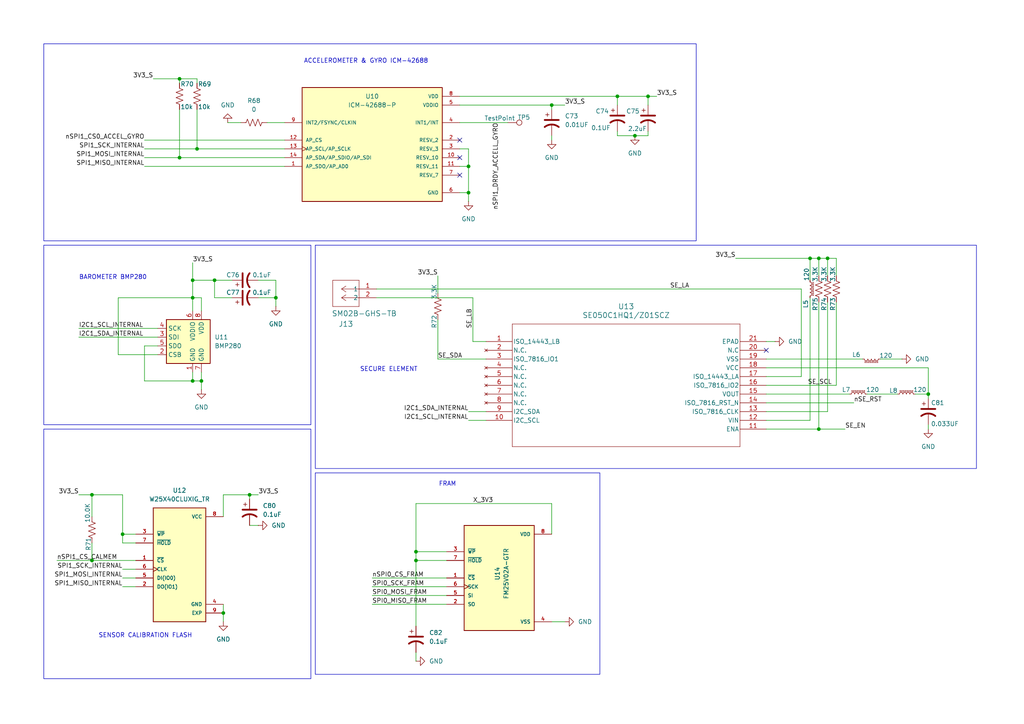
<source format=kicad_sch>
(kicad_sch (version 20231120) (generator "eeschema") (generator_version "8.0")
  (paper "A4")
  (title_block (title "Sensoric") (date "2024-09-08") (rev "1") (company "TampanTech") (comment 1 "Drone Flight Management Unit"))
  (lib_symbols
    (symbol "Connector:TestPoint" (pin_numbers hide) (pin_names (offset 0.762) hide)
      (property "Reference" "TP" (at 0 6.858 0))
      (property "Value" "TestPoint" (at 0 5.08 0))
      (symbol "TestPoint_0_1"
        (circle (center 0 3.302) (radius 0.762))
      )
      (symbol "TestPoint_1_1"
        (pin passive line (at 0 0 90) (length 2.54) (name "1") (number "1"))
      )
    )
    (symbol "Device:C_Polarized_US" (pin_numbers hide) (pin_names (offset 0.254) hide)
      (property "Reference" "C" (at 0.635 2.54 0))
      (property "Value" "C_Polarized_US" (at 0.635 -2.54 0))
      (symbol "C_Polarized_US_0_1"
        (polyline (pts (xy -2.032 0.762) (xy 2.032 0.762)) (stroke (width 0.508)))
        (polyline (pts (xy -1.778 2.286) (xy -0.762 2.286)))
        (polyline (pts (xy -1.27 1.778) (xy -1.27 2.794)))
        (arc (start 2.032 -1.27) (mid 0 -0.5572) (end -2.032 -1.27) (stroke (width 0.508)))
      )
      (symbol "C_Polarized_US_1_1"
        (pin passive line (at 0 3.81 270) (length 2.794) (name "~") (number "1"))
        (pin passive line (at 0 -3.81 90) (length 3.302) (name "~") (number "2"))
      )
    )
    (symbol "Device:L_Ferrite_Small" (pin_numbers hide) (pin_names (offset 0.254) hide)
      (property "Reference" "L" (at 1.27 1.016 0))
      (property "Value" "L_Ferrite_Small" (at 1.27 -1.27 0))
      (symbol "L_Ferrite_Small_0_1"
        (arc (start 0 -2.032) (mid 0.5058 -1.524) (end 0 -1.016))
        (arc (start 0 -1.016) (mid 0.5058 -0.508) (end 0 0))
        (polyline (pts (xy 0.762 -1.905) (xy 0.762 -1.651)))
        (polyline (pts (xy 0.762 -1.397) (xy 0.762 -1.143)))
        (polyline (pts (xy 0.762 -0.889) (xy 0.762 -0.635)))
        (polyline (pts (xy 0.762 -0.381) (xy 0.762 -0.127)))
        (polyline (pts (xy 0.762 0.127) (xy 0.762 0.381)))
        (polyline (pts (xy 0.762 0.635) (xy 0.762 0.889)))
        (polyline (pts (xy 0.762 1.143) (xy 0.762 1.397)))
        (polyline (pts (xy 0.762 1.651) (xy 0.762 1.905)))
        (polyline (pts (xy 1.016 -1.651) (xy 1.016 -1.905)))
        (polyline (pts (xy 1.016 -1.143) (xy 1.016 -1.397)))
        (polyline (pts (xy 1.016 -0.635) (xy 1.016 -0.889)))
        (polyline (pts (xy 1.016 -0.127) (xy 1.016 -0.381)))
        (polyline (pts (xy 1.016 0.381) (xy 1.016 0.127)))
        (polyline (pts (xy 1.016 0.889) (xy 1.016 0.635)))
        (polyline (pts (xy 1.016 1.397) (xy 1.016 1.143)))
        (polyline (pts (xy 1.016 1.905) (xy 1.016 1.651)))
        (arc (start 0 0) (mid 0.5058 0.508) (end 0 1.016))
        (arc (start 0 1.016) (mid 0.5058 1.524) (end 0 2.032))
      )
      (symbol "L_Ferrite_Small_1_1"
        (pin passive line (at 0 2.54 270) (length 0.508) (name "~") (number "1"))
        (pin passive line (at 0 -2.54 90) (length 0.508) (name "~") (number "2"))
      )
    )
    (symbol "Device:R_US" (pin_numbers hide) (pin_names (offset 0))
      (property "Reference" "R" (at 2.54 0 90))
      (property "Value" "R_US" (at -2.54 0 90))
      (symbol "R_US_0_1"
        (polyline (pts (xy 0 -2.286) (xy 0 -2.54)))
        (polyline (pts (xy 0 2.286) (xy 0 2.54)))
        (polyline (pts (xy 0 -0.762) (xy 1.016 -1.143) (xy 0 -1.524) (xy -1.016 -1.905) (xy 0 -2.286)))
        (polyline (pts (xy 0 0.762) (xy 1.016 0.381) (xy 0 0) (xy -1.016 -0.381) (xy 0 -0.762)))
        (polyline (pts (xy 0 2.286) (xy 1.016 1.905) (xy 0 1.524) (xy -1.016 1.143) (xy 0 0.762)))
      )
      (symbol "R_US_1_1"
        (pin passive line (at 0 3.81 270) (length 1.27) (name "~") (number "1"))
        (pin passive line (at 0 -3.81 90) (length 1.27) (name "~") (number "2"))
      )
    )
    (symbol "FM25V02A-GTR:FM25V02A-GTR" (pin_names (offset 1.016))
      (property "Reference" "U" (at -10.16 15.875 0))
      (property "Value" "FM25V02A-GTR" (at -10.16 -17.78 0))
      (symbol "FM25V02A-GTR_0_0"
        (rectangle (start -10.16 -15.24) (end 10.16 15.24) (stroke (width 0.254)) (fill (type background)))
        (pin input line (at -15.24 0 0) (length 5.08) (name "~{CS}") (number "1"))
        (pin output line (at -15.24 -7.62 0) (length 5.08) (name "SO") (number "2"))
        (pin input line (at -15.24 7.62 0) (length 5.08) (name "~{WP}") (number "3"))
        (pin power_in line (at 15.24 -12.7 180) (length 5.08) (name "VSS") (number "4"))
        (pin input line (at -15.24 -5.08 0) (length 5.08) (name "SI") (number "5"))
        (pin input clock (at -15.24 -2.54 0) (length 5.08) (name "SCK") (number "6"))
        (pin input line (at -15.24 5.08 0) (length 5.08) (name "~{HOLD}") (number "7"))
        (pin power_in line (at 15.24 12.7 180) (length 5.08) (name "VDD") (number "8"))
      )
    )
    (symbol "ICM-42688-P:ICM-42688-P" (pin_names (offset 1.016))
      (property "Reference" "U" (at -20.32 16.002 0))
      (property "Value" "ICM-42688-P" (at -20.32 -20.32 0))
      (symbol "ICM-42688-P_0_0"
        (rectangle (start -20.32 -17.78) (end 20.32 15.24) (stroke (width 0.254)) (fill (type background)))
        (pin bidirectional line (at -25.4 -7.62 0) (length 5.08) (name "AP_SDO/AP_AD0") (number "1"))
        (pin passive line (at 25.4 -5.08 180) (length 5.08) (name "RESV_10") (number "10"))
        (pin passive line (at 25.4 -7.62 180) (length 5.08) (name "RESV_11") (number "11"))
        (pin input line (at -25.4 0 0) (length 5.08) (name "AP_CS") (number "12"))
        (pin input clock (at -25.4 -2.54 0) (length 5.08) (name "AP_SCL/AP_SCLK") (number "13"))
        (pin bidirectional line (at -25.4 -5.08 0) (length 5.08) (name "AP_SDA/AP_SDIO/AP_SDI") (number "14"))
        (pin passive line (at 25.4 0 180) (length 5.08) (name "RESV_2") (number "2"))
        (pin passive line (at 25.4 -2.54 180) (length 5.08) (name "RESV_3") (number "3"))
        (pin output line (at 25.4 5.08 180) (length 5.08) (name "INT1/INT") (number "4"))
        (pin power_in line (at 25.4 10.16 180) (length 5.08) (name "VDDIO") (number "5"))
        (pin power_in line (at 25.4 -15.24 180) (length 5.08) (name "GND") (number "6"))
        (pin passive line (at 25.4 -10.16 180) (length 5.08) (name "RESV_7") (number "7"))
        (pin power_in line (at 25.4 12.7 180) (length 5.08) (name "VDD") (number "8"))
        (pin bidirectional line (at -25.4 5.08 0) (length 5.08) (name "INT2/FSYNC/CLKIN") (number "9"))
      )
    )
    (symbol "SE050C1HQ1_Z01SCZ:SE050C1HQ1_Z01SCZ" (pin_names (offset 0.254))
      (property "Reference" "U" (at 40.64 10.16 0))
      (property "Value" "SE050C1HQ1/Z01SCZ" (at 40.64 7.62 0))
      (symbol "SE050C1HQ1_Z01SCZ_0_1"
        (polyline (pts (xy 7.62 -30.48) (xy 73.66 -30.48)) (stroke (width 0.127)))
        (polyline (pts (xy 7.62 5.08) (xy 7.62 -30.48)) (stroke (width 0.127)))
        (polyline (pts (xy 73.66 -30.48) (xy 73.66 5.08)) (stroke (width 0.127)))
        (polyline (pts (xy 73.66 5.08) (xy 7.62 5.08)) (stroke (width 0.127)))
        (pin bidirectional line (at 0 0 0) (length 7.62) (name "ISO_14443_LB") (number "1"))
        (pin bidirectional line (at 0 -22.86 0) (length 7.62) (name "I2C_SCL") (number "10"))
        (pin unspecified line (at 81.28 -25.4 180) (length 7.62) (name "ENA") (number "11"))
        (pin unspecified line (at 81.28 -22.86 180) (length 7.62) (name "VIN") (number "12"))
        (pin bidirectional line (at 81.28 -20.32 180) (length 7.62) (name "ISO_7816_CLK") (number "13"))
        (pin bidirectional line (at 81.28 -17.78 180) (length 7.62) (name "ISO_7816_RST_N") (number "14"))
        (pin output line (at 81.28 -15.24 180) (length 7.62) (name "VOUT") (number "15"))
        (pin bidirectional line (at 81.28 -12.7 180) (length 7.62) (name "ISO_7816_IO2") (number "16"))
        (pin bidirectional line (at 81.28 -10.16 180) (length 7.62) (name "ISO_14443_LA") (number "17"))
        (pin power_in line (at 81.28 -7.62 180) (length 7.62) (name "VCC") (number "18"))
        (pin power_out line (at 81.28 -5.08 180) (length 7.62) (name "VSS") (number "19"))
        (pin no_connect line (at 0 -2.54 0) (length 7.62) (name "N.C.") (number "2"))
        (pin bidirectional line (at 81.28 -2.54 180) (length 7.62) (name "N.C") (number "20"))
        (pin unspecified line (at 81.28 0 180) (length 7.62) (name "EPAD") (number "21"))
        (pin bidirectional line (at 0 -5.08 0) (length 7.62) (name "ISO_7816_IO1") (number "3"))
        (pin no_connect line (at 0 -7.62 0) (length 7.62) (name "N.C.") (number "4"))
        (pin no_connect line (at 0 -10.16 0) (length 7.62) (name "N.C.") (number "5"))
        (pin no_connect line (at 0 -12.7 0) (length 7.62) (name "N.C.") (number "6"))
        (pin no_connect line (at 0 -15.24 0) (length 7.62) (name "N.C.") (number "7"))
        (pin no_connect line (at 0 -17.78 0) (length 7.62) (name "N.C.") (number "8"))
        (pin bidirectional line (at 0 -20.32 0) (length 7.62) (name "I2C_SDA") (number "9"))
      )
    )
    (symbol "SM02B_GHS_TB:SM02B-GHS-TB" (pin_names (offset 0.254))
      (property "Reference" "J" (at 8.89 6.35 0))
      (property "Value" "SM02B-GHS-TB" (at 0 0 0))
      (symbol "SM02B-GHS-TB_1_1"
        (polyline (pts (xy 5.08 -5.08) (xy 12.7 -5.08)) (stroke (width 0.127)))
        (polyline (pts (xy 5.08 2.54) (xy 5.08 -5.08)) (stroke (width 0.127)))
        (polyline (pts (xy 10.16 -2.54) (xy 5.08 -2.54)) (stroke (width 0.127)))
        (polyline (pts (xy 10.16 -2.54) (xy 8.89 -3.3867)) (stroke (width 0.127)))
        (polyline (pts (xy 10.16 -2.54) (xy 8.89 -1.6933)) (stroke (width 0.127)))
        (polyline (pts (xy 10.16 0) (xy 5.08 0)) (stroke (width 0.127)))
        (polyline (pts (xy 10.16 0) (xy 8.89 -0.8467)) (stroke (width 0.127)))
        (polyline (pts (xy 10.16 0) (xy 8.89 0.8467)) (stroke (width 0.127)))
        (polyline (pts (xy 12.7 -5.08) (xy 12.7 2.54)) (stroke (width 0.127)))
        (polyline (pts (xy 12.7 2.54) (xy 5.08 2.54)) (stroke (width 0.127)))
        (pin unspecified line (at 0 0 0) (length 5.08) (name "1") (number "1"))
        (pin unspecified line (at 0 -2.54 0) (length 5.08) (name "2") (number "2"))
      )
      (symbol "SM02B-GHS-TB_1_2"
        (polyline (pts (xy 5.08 -5.08) (xy 12.7 -5.08)) (stroke (width 0.127)))
        (polyline (pts (xy 5.08 2.54) (xy 5.08 -5.08)) (stroke (width 0.127)))
        (polyline (pts (xy 7.62 -2.54) (xy 5.08 -2.54)) (stroke (width 0.127)))
        (polyline (pts (xy 7.62 -2.54) (xy 8.89 -3.3867)) (stroke (width 0.127)))
        (polyline (pts (xy 7.62 -2.54) (xy 8.89 -1.6933)) (stroke (width 0.127)))
        (polyline (pts (xy 7.62 0) (xy 5.08 0)) (stroke (width 0.127)))
        (polyline (pts (xy 7.62 0) (xy 8.89 -0.8467)) (stroke (width 0.127)))
        (polyline (pts (xy 7.62 0) (xy 8.89 0.8467)) (stroke (width 0.127)))
        (polyline (pts (xy 12.7 -5.08) (xy 12.7 2.54)) (stroke (width 0.127)))
        (polyline (pts (xy 12.7 2.54) (xy 5.08 2.54)) (stroke (width 0.127)))
        (pin unspecified line (at 0 0 0) (length 5.08) (name "1") (number "1"))
        (pin unspecified line (at 0 -2.54 0) (length 5.08) (name "2") (number "2"))
      )
    )
    (symbol "Sensor_Pressure:BMP280"
      (property "Reference" "U" (at -7.62 10.16 0))
      (property "Value" "BMP280" (at 5.08 10.16 0))
      (symbol "BMP280_0_1"
        (rectangle (start -7.62 -5.08) (end 5.08 7.62) (stroke (width 0.254)) (fill (type background)))
      )
      (symbol "BMP280_1_1"
        (pin power_in line (at 0 -7.62 90) (length 2.54) (name "GND") (number "1"))
        (pin input line (at -10.16 -2.54 0) (length 2.54) (name "CSB") (number "2"))
        (pin bidirectional line (at -10.16 2.54 0) (length 2.54) (name "SDI") (number "3"))
        (pin input line (at -10.16 5.08 0) (length 2.54) (name "SCK") (number "4"))
        (pin bidirectional line (at -10.16 0 0) (length 2.54) (name "SDO") (number "5"))
        (pin power_in line (at 0 10.16 270) (length 2.54) (name "VDDIO") (number "6"))
        (pin power_in line (at 2.54 -7.62 90) (length 2.54) (name "GND") (number "7"))
        (pin power_in line (at 2.54 10.16 270) (length 2.54) (name "VDD") (number "8"))
      )
    )
    (symbol "W25X40CLUXIG_TR:W25X40CLUXIG_TR" (pin_names (offset 1.016))
      (property "Reference" "U" (at -7.62 18.415 0))
      (property "Value" "W25X40CLUXIG_TR" (at -7.62 -17.78 0))
      (symbol "W25X40CLUXIG_TR_0_0"
        (rectangle (start -7.62 -15.24) (end 7.62 17.78) (stroke (width 0.254)) (fill (type background)))
        (pin input line (at -12.7 2.54 0) (length 5.08) (name "~{CS}") (number "1"))
        (pin bidirectional line (at -12.7 -5.08 0) (length 5.08) (name "DO(IO1)") (number "2"))
        (pin input line (at -12.7 10.16 0) (length 5.08) (name "~{WP}") (number "3"))
        (pin power_in line (at 12.7 -10.16 180) (length 5.08) (name "GND") (number "4"))
        (pin bidirectional line (at -12.7 -2.54 0) (length 5.08) (name "DI(IO0)") (number "5"))
        (pin input clock (at -12.7 0 0) (length 5.08) (name "CLK") (number "6"))
        (pin input line (at -12.7 7.62 0) (length 5.08) (name "~{HOLD}") (number "7"))
        (pin power_in line (at 12.7 15.24 180) (length 5.08) (name "VCC") (number "8"))
        (pin power_in line (at 12.7 -12.7 180) (length 5.08) (name "EXP") (number "9"))
      )
    )
    (symbol "power:GND" (power) (pin_numbers hide) (pin_names (offset 0) hide)
      (property "Value" "GND" (at 0 -3.81 0))
      (symbol "GND_0_1"
        (polyline (pts (xy 0 0) (xy 0 -1.27) (xy 1.27 -1.27) (xy 0 -2.54) (xy -1.27 -1.27) (xy 0 -1.27)))
      )
      (symbol "GND_1_1"
        (pin power_in line (at 0 0 270) (length 0) (name "~") (number "1"))
      )
    )
  )
  (junction (at 135.89 55.88))
  (junction (at 55.88 81.28))
  (junction (at 58.42 110.49))
  (junction (at 52.07 45.72))
  (junction (at 184.15 39.37))
  (junction (at 234.95 74.93))
  (junction (at 26.67 143.51))
  (junction (at 72.39 143.51))
  (junction (at 120.65 162.56))
  (junction (at 120.65 160.02))
  (junction (at 64.77 177.8))
  (junction (at 269.24 114.3))
  (junction (at 179.07 27.94))
  (junction (at 80.01 86.36))
  (junction (at 240.03 74.93))
  (junction (at 26.67 162.56))
  (junction (at 237.49 124.46))
  (junction (at 55.88 110.49))
  (junction (at 55.88 86.36))
  (junction (at 35.56 154.94))
  (junction (at 135.89 48.26))
  (junction (at 187.96 27.94))
  (junction (at 160.02 30.48))
  (junction (at 237.49 74.93))
  (junction (at 52.07 22.86))
  (junction (at 62.23 81.28))
  (junction (at 57.15 43.18))
  (no_connect (at 133.35 50.8))
  (no_connect (at 133.35 45.72))
  (no_connect (at 133.35 40.64))
  (no_connect (at 222.25 101.6))
  (wire (pts (xy 120.65 146.05) (xy 160.02 146.05)))
  (wire (pts (xy 160.02 30.48) (xy 163.83 30.48)))
  (wire (pts (xy 55.88 81.28) (xy 62.23 81.28)))
  (wire (pts (xy 133.35 30.48) (xy 160.02 30.48)))
  (wire (pts (xy 222.25 109.22) (xy 232.41 109.22)))
  (wire (pts (xy 55.88 81.28) (xy 55.88 86.36)))
  (wire (pts (xy 41.91 48.26) (xy 82.55 48.26)))
  (wire (pts (xy 160.02 180.34) (xy 163.83 180.34)))
  (wire (pts (xy 222.25 114.3) (xy 246.38 114.3)))
  (wire (pts (xy 80.01 81.28) (xy 80.01 86.36)))
  (wire (pts (xy 74.93 143.51) (xy 72.39 143.51)))
  (wire (pts (xy 140.97 99.06) (xy 137.16 99.06)))
  (wire (pts (xy 55.88 86.36) (xy 55.88 90.17)))
  (wire (pts (xy 251.46 114.3) (xy 260.35 114.3)))
  (wire (pts (xy 57.15 43.18) (xy 82.55 43.18)))
  (wire (pts (xy 107.95 172.72) (xy 129.54 172.72)))
  (wire (pts (xy 109.22 86.36) (xy 137.16 86.36)))
  (wire (pts (xy 269.24 106.68) (xy 269.24 114.3)))
  (wire (pts (xy 213.36 74.93) (xy 234.95 74.93)))
  (wire (pts (xy 137.16 99.06) (xy 137.16 86.36)))
  (wire (pts (xy 160.02 30.48) (xy 160.02 31.75)))
  (wire (pts (xy 107.95 175.26) (xy 129.54 175.26)))
  (wire (pts (xy 133.35 55.88) (xy 135.89 55.88)))
  (wire (pts (xy 222.25 111.76) (xy 242.57 111.76)))
  (wire (pts (xy 55.88 86.36) (xy 58.42 86.36)))
  (wire (pts (xy 72.39 143.51) (xy 72.39 144.78)))
  (wire (pts (xy 187.96 27.94) (xy 187.96 30.48)))
  (wire (pts (xy 240.03 74.93) (xy 242.57 74.93)))
  (wire (pts (xy 58.42 107.95) (xy 58.42 110.49)))
  (wire (pts (xy 234.95 121.92) (xy 234.95 86.36)))
  (wire (pts (xy 109.22 83.82) (xy 232.41 83.82)))
  (wire (pts (xy 237.49 124.46) (xy 245.11 124.46)))
  (wire (pts (xy 222.25 104.14) (xy 250.19 104.14)))
  (wire (pts (xy 35.56 154.94) (xy 39.37 154.94)))
  (wire (pts (xy 135.89 43.18) (xy 135.89 48.26)))
  (wire (pts (xy 179.07 38.1) (xy 179.07 39.37)))
  (wire (pts (xy 64.77 143.51) (xy 64.77 149.86)))
  (wire (pts (xy 74.93 81.28) (xy 80.01 81.28)))
  (wire (pts (xy 179.07 27.94) (xy 187.96 27.94)))
  (wire (pts (xy 222.25 124.46) (xy 237.49 124.46)))
  (wire (pts (xy 242.57 74.93) (xy 242.57 80.01)))
  (wire (pts (xy 237.49 74.93) (xy 240.03 74.93)))
  (wire (pts (xy 127 104.14) (xy 127 92.71)))
  (wire (pts (xy 160.02 39.37) (xy 160.02 40.64)))
  (wire (pts (xy 26.67 143.51) (xy 35.56 143.51)))
  (wire (pts (xy 184.15 39.37) (xy 187.96 39.37)))
  (wire (pts (xy 22.86 143.51) (xy 26.67 143.51)))
  (wire (pts (xy 26.67 157.48) (xy 26.67 162.56)))
  (wire (pts (xy 133.35 27.94) (xy 179.07 27.94)))
  (wire (pts (xy 133.35 48.26) (xy 135.89 48.26)))
  (wire (pts (xy 66.04 35.56) (xy 69.85 35.56)))
  (wire (pts (xy 26.67 143.51) (xy 26.67 149.86)))
  (wire (pts (xy 240.03 119.38) (xy 240.03 87.63)))
  (wire (pts (xy 39.37 157.48) (xy 35.56 157.48)))
  (wire (pts (xy 57.15 24.13) (xy 57.15 22.86)))
  (wire (pts (xy 160.02 146.05) (xy 160.02 154.94)))
  (wire (pts (xy 120.65 162.56) (xy 120.65 160.02)))
  (wire (pts (xy 64.77 175.26) (xy 64.77 177.8)))
  (wire (pts (xy 35.56 157.48) (xy 35.56 154.94)))
  (wire (pts (xy 62.23 81.28) (xy 67.31 81.28)))
  (wire (pts (xy 35.56 143.51) (xy 35.56 154.94)))
  (wire (pts (xy 35.56 167.64) (xy 39.37 167.64)))
  (wire (pts (xy 55.88 76.2) (xy 55.88 81.28)))
  (wire (pts (xy 52.07 22.86) (xy 57.15 22.86)))
  (wire (pts (xy 58.42 110.49) (xy 58.42 113.03)))
  (wire (pts (xy 120.65 181.61) (xy 120.65 162.56)))
  (wire (pts (xy 41.91 43.18) (xy 57.15 43.18)))
  (wire (pts (xy 242.57 111.76) (xy 242.57 87.63)))
  (wire (pts (xy 77.47 35.56) (xy 82.55 35.56)))
  (wire (pts (xy 52.07 31.75) (xy 52.07 45.72)))
  (wire (pts (xy 107.95 170.18) (xy 129.54 170.18)))
  (wire (pts (xy 58.42 86.36) (xy 58.42 90.17)))
  (wire (pts (xy 55.88 110.49) (xy 58.42 110.49)))
  (wire (pts (xy 44.45 22.86) (xy 52.07 22.86)))
  (wire (pts (xy 234.95 74.93) (xy 237.49 74.93)))
  (wire (pts (xy 35.56 170.18) (xy 39.37 170.18)))
  (wire (pts (xy 261.62 104.14) (xy 255.27 104.14)))
  (wire (pts (xy 135.89 48.26) (xy 135.89 55.88)))
  (wire (pts (xy 80.01 88.9) (xy 80.01 86.36)))
  (wire (pts (xy 237.49 124.46) (xy 237.49 87.63)))
  (wire (pts (xy 187.96 39.37) (xy 187.96 38.1)))
  (wire (pts (xy 67.31 86.36) (xy 62.23 86.36)))
  (wire (pts (xy 135.89 119.38) (xy 140.97 119.38)))
  (wire (pts (xy 222.25 121.92) (xy 234.95 121.92)))
  (wire (pts (xy 133.35 43.18) (xy 135.89 43.18)))
  (wire (pts (xy 57.15 31.75) (xy 57.15 43.18)))
  (wire (pts (xy 62.23 86.36) (xy 62.23 81.28)))
  (wire (pts (xy 222.25 116.84) (xy 247.65 116.84)))
  (wire (pts (xy 269.24 123.19) (xy 269.24 124.46)))
  (wire (pts (xy 222.25 106.68) (xy 269.24 106.68)))
  (wire (pts (xy 64.77 177.8) (xy 64.77 180.34)))
  (wire (pts (xy 135.89 55.88) (xy 135.89 58.42)))
  (wire (pts (xy 52.07 22.86) (xy 52.07 24.13)))
  (wire (pts (xy 22.86 95.25) (xy 45.72 95.25)))
  (wire (pts (xy 127 80.01) (xy 127 85.09)))
  (wire (pts (xy 72.39 152.4) (xy 74.93 152.4)))
  (wire (pts (xy 72.39 143.51) (xy 64.77 143.51)))
  (wire (pts (xy 135.89 121.92) (xy 140.97 121.92)))
  (wire (pts (xy 269.24 114.3) (xy 269.24 115.57)))
  (wire (pts (xy 222.25 119.38) (xy 240.03 119.38)))
  (wire (pts (xy 80.01 86.36) (xy 74.93 86.36)))
  (wire (pts (xy 120.65 160.02) (xy 120.65 146.05)))
  (wire (pts (xy 34.29 102.87) (xy 34.29 86.36)))
  (wire (pts (xy 187.96 27.94) (xy 190.5 27.94)))
  (wire (pts (xy 52.07 45.72) (xy 82.55 45.72)))
  (wire (pts (xy 240.03 74.93) (xy 240.03 80.01)))
  (wire (pts (xy 140.97 104.14) (xy 127 104.14)))
  (wire (pts (xy 234.95 74.93) (xy 234.95 81.28)))
  (wire (pts (xy 34.29 86.36) (xy 55.88 86.36)))
  (wire (pts (xy 45.72 100.33) (xy 41.91 100.33)))
  (wire (pts (xy 237.49 74.93) (xy 237.49 80.01)))
  (wire (pts (xy 120.65 189.23) (xy 120.65 191.77)))
  (wire (pts (xy 41.91 40.64) (xy 82.55 40.64)))
  (wire (pts (xy 41.91 45.72) (xy 52.07 45.72)))
  (wire (pts (xy 16.51 162.56) (xy 26.67 162.56)))
  (wire (pts (xy 55.88 110.49) (xy 55.88 107.95)))
  (wire (pts (xy 35.56 165.1) (xy 39.37 165.1)))
  (wire (pts (xy 120.65 160.02) (xy 129.54 160.02)))
  (wire (pts (xy 222.25 99.06) (xy 224.79 99.06)))
  (wire (pts (xy 45.72 102.87) (xy 34.29 102.87)))
  (wire (pts (xy 107.95 167.64) (xy 129.54 167.64)))
  (wire (pts (xy 179.07 30.48) (xy 179.07 27.94)))
  (wire (pts (xy 26.67 162.56) (xy 39.37 162.56)))
  (wire (pts (xy 22.86 97.79) (xy 45.72 97.79)))
  (wire (pts (xy 41.91 110.49) (xy 55.88 110.49)))
  (wire (pts (xy 41.91 100.33) (xy 41.91 110.49)))
  (wire (pts (xy 179.07 39.37) (xy 184.15 39.37)))
  (wire (pts (xy 232.41 109.22) (xy 232.41 83.82)))
  (wire (pts (xy 269.24 114.3) (xy 265.43 114.3)))
  (wire (pts (xy 133.35 35.56) (xy 147.32 35.56)))
  (wire (pts (xy 120.65 162.56) (xy 129.54 162.56)))
  (rectangle (start 91.44 71.12) (end 283.21 135.89))
  (rectangle (start 12.7 71.12) (end 90.17 123.19))
  (rectangle (start 12.7 124.46) (end 90.17 196.85))
  (rectangle (start 12.7 12.7) (end 201.93 69.85))
  (rectangle (start 91.44 137.16) (end 173.99 195.58))
  (text "SENSOR CALIBRATION FLASH" (at 42.164 184.404 0) (effects (font (size 1.27 1.27))))
  (text "BAROMETER BMP280" (at 32.766 80.518 0) (effects (font (size 1.27 1.27))))
  (text "ACCELEROMETER & GYRO ICM-42688" (at 106.172 17.78 0) (effects (font (size 1.27 1.27))))
  (text "FRAM" (at 129.794 140.462 0) (effects (font (size 1.27 1.27))))
  (text "SECURE ELEMENT" (at 112.776 107.188 0) (effects (font (size 1.27 1.27))))
  (label "nSE_RST" (at 247.65 116.84 0))
  (label "SPI0_SCK_FRAM" (at 107.95 170.18 0))
  (label "3V3_S" (at 55.88 76.2 0))
  (label "SE_EN" (at 245.11 124.46 0))
  (label "3V3_S" (at 190.5 27.94 0))
  (label "3V3_S" (at 127 80.01 180))
  (label "I2C1_SCL_INTERNAL" (at 22.86 95.25 0))
  (label "SE_LB" (at 137.16 95.25 90))
  (label "3V3_S" (at 74.93 143.51 0))
  (label "3V3_S" (at 213.36 74.93 180))
  (label "3V3_S" (at 22.86 143.51 180))
  (label "SPI1_MISO_INTERNAL" (at 35.56 170.18 180))
  (label "3V3_S" (at 163.83 30.48 0))
  (label "SPI0_MOSI_FRAM" (at 107.95 172.72 0))
  (label "SPI0_MISO_FRAM" (at 107.95 175.26 0))
  (label "SE_LA" (at 194.31 83.82 0))
  (label "I2C1_SDA_INTERNAL" (at 22.86 97.79 0))
  (label "nSPI0_CS_FRAM" (at 107.95 167.64 0))
  (label "SE_SDA" (at 127 104.14 0))
  (label "X_3V3" (at 137.16 146.05 0))
  (label "SPI1_MOSI_INTERNAL" (at 35.56 167.64 180))
  (label "SE_SCL" (at 241.3 111.76 180))
  (label "nSPI1_CS_CALMEM" (at 16.51 162.56 0))
  (label "SPI1_SCK_INTERNAL" (at 35.56 165.1 180))
  (label "3V3_S" (at 44.45 22.86 180))
  (label "I2C1_SCL_INTERNAL" (at 135.89 121.92 180))
  (label "nSPI1_DRDY_ACCELL_GYRO" (at 144.78 35.56 270))
  (label "nSPI1_CS0_ACCEL_GYRO" (at 41.91 40.64 180))
  (label "SPI1_MISO_INTERNAL" (at 41.91 48.26 180))
  (label "SPI1_SCK_INTERNAL" (at 41.91 43.18 180))
  (label "I2C1_SDA_INTERNAL" (at 135.89 119.38 180))
  (label "SPI1_MOSI_INTERNAL" (at 41.91 45.72 180))
  (symbol (lib_id "Device:R_US") (at 73.66 35.56 90) (unit 1)
    (property "Reference" "R68" (at 73.66 29.21 90))
    (property "Value" "0" (at 73.66 31.75 90))
    (property "Description" "Resistor, US symbol" (effects (hide yes)))
  )
  (symbol (lib_id "Device:L_Ferrite_Small") (at 262.89 114.3 90) (unit 1)
    (property "Reference" "L8" (at 260.35 113.284 90) (effects (justify left)))
    (property "Value" "120" (at 268.732 113.03 90) (effects (justify left)))
    (property "Description" "Inductor with ferrite core, small symbol" (effects (hide yes)))
  )
  (symbol (lib_id "Device:R_US") (at 242.57 83.82 0) (unit 1)
    (property "Reference" "R73" (at 241.554 90.17 90) (effects (justify left)))
    (property "Value" "3.3K" (at 241.554 81.788 90) (effects (justify left)))
    (property "Description" "Resistor, US symbol" (effects (hide yes)))
  )
  (symbol (lib_id "power:GND") (at 58.42 113.03 0) (unit 1)
    (property "Reference" "#PWR0152" (effects (hide yes)))
    (property "Value" "GND" (at 58.42 118.11 0))
    (property "Description" "Power symbol creates a global label with name \"GND\" , ground" (effects (hide yes)))
  )
  (symbol (lib_id "ICM-42688-P:ICM-42688-P") (at 107.95 40.64 0) (unit 1)
    (property "Reference" "U10" (at 107.95 27.94 0))
    (property "Value" "ICM-42688-P" (at 107.95 30.48 0))
    (property "Footprint" "ICM-42688-P:PQFN50P300X250X97-14N" (effects (hide yes)))
    (property "PARTREV" "1.2" (effects (hide yes)))
    (property "STANDARD" "IPC-7351B" (effects (hide yes)))
    (property "MAXIMUM_PACKAGE_HEIGHT" "0.97mm" (effects (hide yes)))
    (property "MANUFACTURER" "TDK InvenSense" (effects (hide yes)))
  )
  (symbol (lib_id "Device:R_US") (at 127 88.9 0) (unit 1)
    (property "Reference" "R72" (at 125.984 95.25 90) (effects (justify left)))
    (property "Value" "3.3K" (at 125.984 86.868 90) (effects (justify left)))
    (property "Description" "Resistor, US symbol" (effects (hide yes)))
  )
  (symbol (lib_id "Device:R_US") (at 237.49 83.82 0) (unit 1)
    (property "Reference" "R75" (at 236.474 90.17 90) (effects (justify left)))
    (property "Value" "3.3K" (at 236.474 81.788 90) (effects (justify left)))
    (property "Description" "Resistor, US symbol" (effects (hide yes)))
  )
  (symbol (lib_id "power:GND") (at 80.01 88.9 0) (unit 1)
    (property "Reference" "#PWR0153" (effects (hide yes)))
    (property "Value" "GND" (at 80.01 93.98 0))
    (property "Description" "Power symbol creates a global label with name \"GND\" , ground" (effects (hide yes)))
  )
  (symbol (lib_id "power:GND") (at 74.93 152.4 90) (unit 1)
    (property "Reference" "#PWR0155" (effects (hide yes)))
    (property "Value" "GND" (at 78.74 152.3999 90) (effects (justify right)))
    (property "Description" "Power symbol creates a global label with name \"GND\" , ground" (effects (hide yes)))
  )
  (symbol (lib_id "Device:C_Polarized_US") (at 160.02 35.56 0) (unit 1)
    (property "Reference" "C73" (at 163.83 33.6549 0) (effects (justify left)))
    (property "Value" "0.01UF" (at 163.83 36.1949 0) (effects (justify left)))
    (property "Description" "Polarized capacitor, US symbol" (effects (hide yes)))
  )
  (symbol (lib_id "Device:C_Polarized_US") (at 187.96 34.29 0) (unit 1)
    (property "Reference" "C75" (at 181.61 32.258 0) (effects (justify left)))
    (property "Value" "2.2uF" (at 182.118 37.338 0) (effects (justify left)))
    (property "Description" "Polarized capacitor, US symbol" (effects (hide yes)))
  )
  (symbol (lib_id "power:GND") (at 160.02 40.64 0) (unit 1)
    (property "Reference" "#PWR0149" (effects (hide yes)))
    (property "Value" "GND" (at 160.02 45.72 0))
    (property "Description" "Power symbol creates a global label with name \"GND\" , ground" (effects (hide yes)))
  )
  (symbol (lib_id "Device:C_Polarized_US") (at 72.39 148.59 0) (unit 1)
    (property "Reference" "C80" (at 76.2 146.6849 0) (effects (justify left)))
    (property "Value" "0.1uF" (at 76.2 149.2249 0) (effects (justify left)))
    (property "Description" "Polarized capacitor, US symbol" (effects (hide yes)))
  )
  (symbol (lib_id "Device:R_US") (at 52.07 27.94 0) (unit 1)
    (property "Reference" "R70" (at 52.324 24.384 0) (effects (justify left)))
    (property "Value" "10k" (at 52.324 30.988 0) (effects (justify left)))
    (property "Description" "Resistor, US symbol" (effects (hide yes)))
  )
  (symbol (lib_id "Device:R_US") (at 240.03 83.82 0) (unit 1)
    (property "Reference" "R74" (at 239.014 90.17 90) (effects (justify left)))
    (property "Value" "3.3K" (at 239.014 81.788 90) (effects (justify left)))
    (property "Description" "Resistor, US symbol" (effects (hide yes)))
  )
  (symbol (lib_id "Device:C_Polarized_US") (at 179.07 34.29 0) (unit 1)
    (property "Reference" "C74" (at 172.72 32.258 0) (effects (justify left)))
    (property "Value" "0.1UF" (at 171.45 37.084 0) (effects (justify left)))
    (property "Description" "Polarized capacitor, US symbol" (effects (hide yes)))
  )
  (symbol (lib_id "Device:C_Polarized_US") (at 120.65 185.42 0) (unit 1)
    (property "Reference" "C82" (at 124.46 183.5149 0) (effects (justify left)))
    (property "Value" "0.1uF" (at 124.46 186.0549 0) (effects (justify left)))
    (property "Description" "Polarized capacitor, US symbol" (effects (hide yes)))
  )
  (symbol (lib_id "power:GND") (at 66.04 35.56 180) (unit 1)
    (property "Reference" "#PWR0151" (effects (hide yes)))
    (property "Value" "GND" (at 66.04 30.48 0))
    (property "Description" "Power symbol creates a global label with name \"GND\" , ground" (effects (hide yes)))
  )
  (symbol (lib_id "Device:C_Polarized_US") (at 71.12 81.28 90) (unit 1)
    (property "Reference" "C76" (at 67.564 79.756 90))
    (property "Value" "0.1uF" (at 75.946 79.756 90))
    (property "Description" "Polarized capacitor, US symbol" (effects (hide yes)))
  )
  (symbol (lib_id "power:GND") (at 261.62 104.14 90) (unit 1)
    (property "Reference" "#PWR0157" (effects (hide yes)))
    (property "Value" "GND" (at 265.43 104.1399 90) (effects (justify right)))
    (property "Description" "Power symbol creates a global label with name \"GND\" , ground" (effects (hide yes)))
  )
  (symbol (lib_id "Device:L_Ferrite_Small") (at 252.73 104.14 270) (unit 1)
    (property "Reference" "L6" (at 247.142 102.87 90) (effects (justify left)))
    (property "Value" "120" (at 255.016 103.124 90) (effects (justify left)))
    (property "Description" "Inductor with ferrite core, small symbol" (effects (hide yes)))
  )
  (symbol (lib_id "power:GND") (at 224.79 99.06 90) (unit 1)
    (property "Reference" "#PWR0159" (effects (hide yes)))
    (property "Value" "GND" (at 228.6 99.0599 90) (effects (justify right)))
    (property "Description" "Power symbol creates a global label with name \"GND\" , ground" (effects (hide yes)))
  )
  (symbol (lib_id "Device:L_Ferrite_Small") (at 234.95 83.82 0) (unit 1)
    (property "Reference" "L5" (at 233.68 89.408 90) (effects (justify left)))
    (property "Value" "120" (at 233.934 81.534 90) (effects (justify left)))
    (property "Description" "Inductor with ferrite core, small symbol" (effects (hide yes)))
  )
  (symbol (lib_id "Device:C_Polarized_US") (at 71.12 86.36 90) (unit 1)
    (property "Reference" "C77" (at 67.564 84.836 90))
    (property "Value" "0.1uF" (at 75.946 84.836 90))
    (property "Description" "Polarized capacitor, US symbol" (effects (hide yes)))
  )
  (symbol (lib_id "SM02B_GHS_TB:SM02B-GHS-TB") (at 109.22 83.82 0) (mirror y) (unit 1)
    (property "Reference" "J13" (at 100.33 93.98 0) (effects (font (size 1.524 1.524))))
    (property "Value" "SM02B-GHS-TB" (at 105.664 90.932 0) (effects (font (size 1.524 1.524))))
    (property "Footprint" "CONN_SM02B-GHS_JST" (effects (hide yes)))
    (property "Datasheet" "SM02B-GHS-TB" (effects (hide yes)))
  )
  (symbol (lib_id "power:GND") (at 135.89 58.42 0) (unit 1)
    (property "Reference" "#PWR0148" (effects (hide yes)))
    (property "Value" "GND" (at 135.89 63.5 0))
    (property "Description" "Power symbol creates a global label with name \"GND\" , ground" (effects (hide yes)))
  )
  (symbol (lib_id "Sensor_Pressure:BMP280") (at 55.88 100.33 0) (unit 1)
    (property "Reference" "U11" (at 62.23 97.7899 0) (effects (justify left)))
    (property "Value" "BMP280" (at 62.23 100.3299 0) (effects (justify left)))
    (property "Footprint" "Package_LGA:Bosch_LGA-8_2x2.5mm_P0.65mm_ClockwisePinNumbering" (effects (hide yes)))
    (property "Datasheet" "https://ae-bst.resource.bosch.com/media/_tech/media/datasheets/BST-BMP280-DS001.pdf" (effects (hide yes)))
    (property "Description" "Absolute Barometric Pressure Sensor, LGA-8" (effects (hide yes)))
  )
  (symbol (lib_id "power:GND") (at 184.15 39.37 0) (unit 1)
    (property "Reference" "#PWR0150" (effects (hide yes)))
    (property "Value" "GND" (at 184.15 44.45 0))
    (property "Description" "Power symbol creates a global label with name \"GND\" , ground" (effects (hide yes)))
  )
  (symbol (lib_id "power:GND") (at 163.83 180.34 90) (unit 1)
    (property "Reference" "#PWR0160" (effects (hide yes)))
    (property "Value" "GND" (at 167.64 180.3399 90) (effects (justify right)))
    (property "Description" "Power symbol creates a global label with name \"GND\" , ground" (effects (hide yes)))
  )
  (symbol (lib_id "power:GND") (at 64.77 180.34 0) (unit 1)
    (property "Reference" "#PWR0156" (effects (hide yes)))
    (property "Value" "GND" (at 64.77 185.42 0))
    (property "Description" "Power symbol creates a global label with name \"GND\" , ground" (effects (hide yes)))
  )
  (symbol (lib_id "power:GND") (at 269.24 124.46 0) (unit 1)
    (property "Reference" "#PWR0158" (effects (hide yes)))
    (property "Value" "GND" (at 269.24 129.54 0))
    (property "Description" "Power symbol creates a global label with name \"GND\" , ground" (effects (hide yes)))
  )
  (symbol (lib_id "Device:R_US") (at 26.67 153.67 0) (unit 1)
    (property "Reference" "R71" (at 25.654 159.766 90) (effects (justify left)))
    (property "Value" "10.0K" (at 25.4 151.638 90) (effects (justify left)))
    (property "Description" "Resistor, US symbol" (effects (hide yes)))
  )
  (symbol (lib_id "W25X40CLUXIG_TR:W25X40CLUXIG_TR") (at 52.07 165.1 0) (unit 1)
    (property "Reference" "U12" (at 52.07 142.24 0))
    (property "Value" "W25X40CLUXIG_TR" (at 52.07 144.78 0))
    (property "Footprint" "W25X40CLUXIG_TR:PSON50P300X200X60-9N" (effects (hide yes)))
    (property "PARTREV" "F" (effects (hide yes)))
    (property "STANDARD" "IPC-7351B" (effects (hide yes)))
    (property "MANUFACTURER" "Winbond" (effects (hide yes)))
  )
  (symbol (lib_id "Device:L_Ferrite_Small") (at 248.92 114.3 90) (unit 1)
    (property "Reference" "L7" (at 246.634 113.03 90) (effects (justify left)))
    (property "Value" "120" (at 255.016 113.03 90) (effects (justify left)))
    (property "Description" "Inductor with ferrite core, small symbol" (effects (hide yes)))
  )
  (symbol (lib_id "Device:R_US") (at 57.15 27.94 0) (unit 1)
    (property "Reference" "R69" (at 57.404 24.384 0) (effects (justify left)))
    (property "Value" "10k" (at 57.404 30.988 0) (effects (justify left)))
    (property "Description" "Resistor, US symbol" (effects (hide yes)))
  )
  (symbol (lib_id "SE050C1HQ1_Z01SCZ:SE050C1HQ1_Z01SCZ") (at 140.97 99.06 0) (unit 1)
    (property "Reference" "U13" (at 181.61 88.9 0) (effects (font (size 1.524 1.524))))
    (property "Value" "SE050C1HQ1/Z01SCZ" (at 181.61 91.44 0) (effects (font (size 1.524 1.524))))
    (property "Footprint" "HX2QFN20_SOT1969_3X3_NXP" (effects (hide yes)))
    (property "Datasheet" "SE050C1HQ1/Z01SCZ" (effects (hide yes)))
  )
  (symbol (lib_id "power:GND") (at 120.65 191.77 90) (unit 1)
    (property "Reference" "#PWR0161" (effects (hide yes)))
    (property "Value" "GND" (at 124.46 191.7699 90) (effects (justify right)))
    (property "Description" "Power symbol creates a global label with name \"GND\" , ground" (effects (hide yes)))
  )
  (symbol (lib_id "FM25V02A-GTR:FM25V02A-GTR") (at 144.78 167.64 0) (unit 1)
    (property "Reference" "U14" (at 144.272 166.37 90))
    (property "Value" "FM25V02A-GTR" (at 146.812 166.37 90))
    (property "Footprint" "FM25V02A-GTR:SOIC127P602X172-8N" (effects (hide yes)))
    (property "MF" "Cypress Semiconductor" (effects (hide yes)))
    (property "Description_1" "FM25V02A Series 256-Kbit _32K × 8_ 3.6 V SMT Serial _SPI_ F-RAM - SOIC-8" (effects (hide yes)))
    (property "Package" "SOIC-8 Cypress Semiconductor" (effects (hide yes)))
    (property "Price" "None" (effects (hide yes)))
    (property "MP" "FM25V02A-GTR" (effects (hide yes)))
    (property "Availability" "Unavailable" (effects (hide yes)))
  )
  (symbol (lib_id "Device:C_Polarized_US") (at 269.24 119.38 0) (unit 1)
    (property "Reference" "C81" (at 270.002 116.84 0) (effects (justify left)))
    (property "Value" "0.033UF" (at 270.002 122.936 0) (effects (justify left)))
    (property "Description" "Polarized capacitor, US symbol" (effects (hide yes)))
  )
  (symbol (lib_id "Connector:TestPoint") (at 147.32 35.56 270) (unit 1)
    (property "Reference" "TP5" (at 150.114 34.036 90) (effects (justify left)))
    (property "Value" "TestPoint" (at 140.462 34.29 90) (effects (justify left)))
    (property "Description" "test point" (effects (hide yes)))
  )
)
</source>
